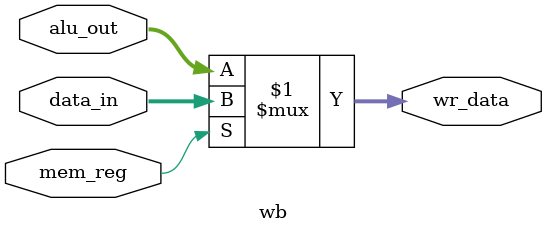
<source format=sv>
module wb #(parameter n=32)(   
    input logic [n-1:0] alu_out,     // ALU output  
    input logic [n-1:0] data_in,     // Data from memory  
    input logic mem_reg,             // Memory-to-register control signal  
    output logic [n-1:0] wr_data     // Write-back data  
);  

    // MUX to select between ALU result and data from memory  
    assign wr_data = mem_reg ? data_in : alu_out;  

endmodule  
</source>
